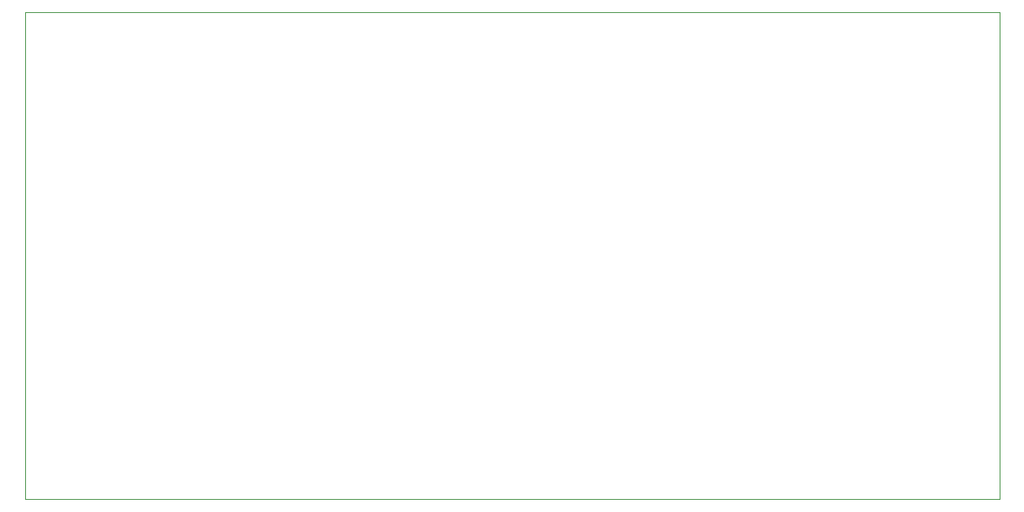
<source format=gko>
G04 (created by PCBNEW (2013-04-19 BZR 4011)-stable) date 23/05/2013 19:48:57*
%MOIN*%
G04 Gerber Fmt 3.4, Leading zero omitted, Abs format*
%FSLAX34Y34*%
G01*
G70*
G90*
G04 APERTURE LIST*
%ADD10C,0.006*%
%ADD11C,0.00393701*%
G04 APERTURE END LIST*
G54D10*
G54D11*
X67260Y-84120D02*
X67260Y-64120D01*
X107260Y-84120D02*
X67260Y-84120D01*
X107260Y-64120D02*
X107260Y-84120D01*
X67260Y-64120D02*
X107260Y-64120D01*
M02*

</source>
